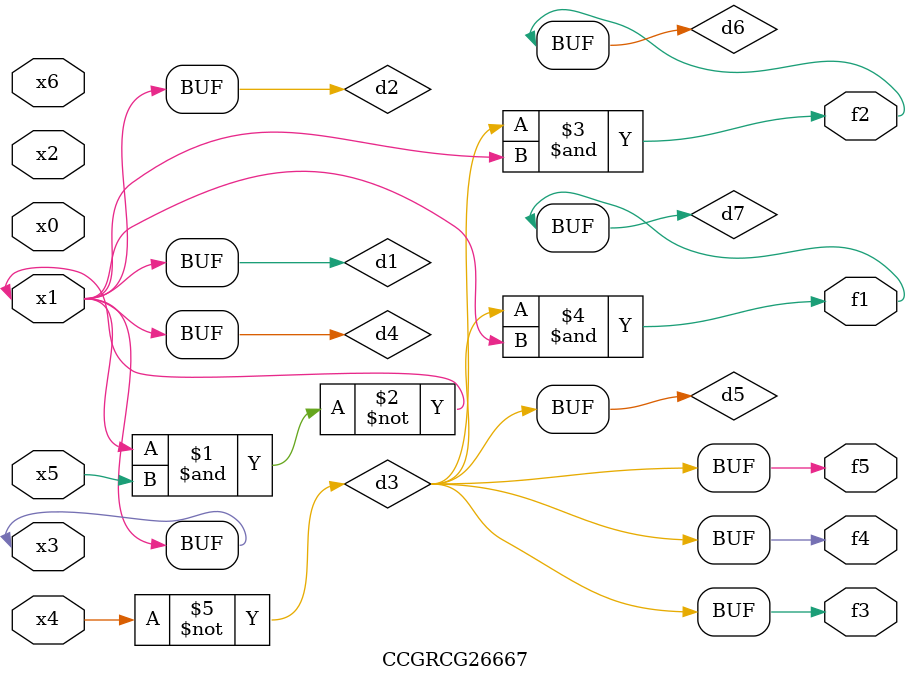
<source format=v>
module CCGRCG26667(
	input x0, x1, x2, x3, x4, x5, x6,
	output f1, f2, f3, f4, f5
);

	wire d1, d2, d3, d4, d5, d6, d7;

	buf (d1, x1, x3);
	nand (d2, x1, x5);
	not (d3, x4);
	buf (d4, d1, d2);
	buf (d5, d3);
	and (d6, d3, d4);
	and (d7, d3, d4);
	assign f1 = d7;
	assign f2 = d6;
	assign f3 = d5;
	assign f4 = d5;
	assign f5 = d5;
endmodule

</source>
